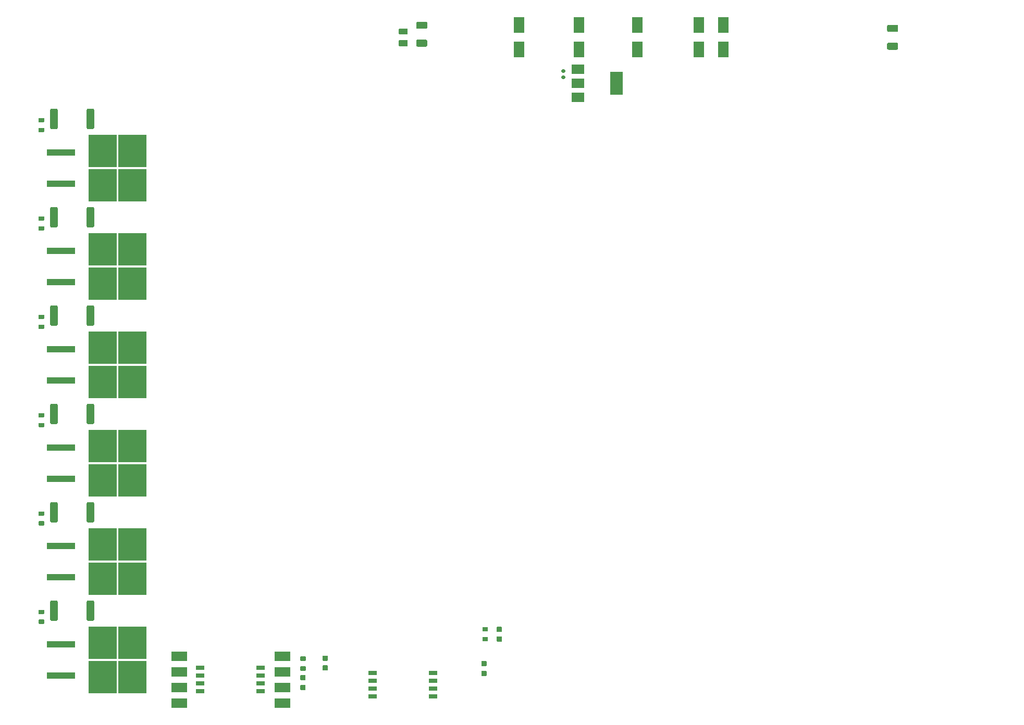
<source format=gtp>
G04 #@! TF.GenerationSoftware,KiCad,Pcbnew,(5.99.0-13086-gffd1139cfe)*
G04 #@! TF.CreationDate,2021-11-14T02:18:31+03:00*
G04 #@! TF.ProjectId,proteusM54,70726f74-6575-4734-9d35-342e6b696361,a*
G04 #@! TF.SameCoordinates,PX4d3f640PYcfb5d40*
G04 #@! TF.FileFunction,Paste,Top*
G04 #@! TF.FilePolarity,Positive*
%FSLAX46Y46*%
G04 Gerber Fmt 4.6, Leading zero omitted, Abs format (unit mm)*
G04 Created by KiCad (PCBNEW (5.99.0-13086-gffd1139cfe)) date 2021-11-14 02:18:31*
%MOMM*%
%LPD*%
G01*
G04 APERTURE LIST*
%ADD10R,1.800000X2.500000*%
%ADD11R,4.550000X5.250000*%
%ADD12R,4.600000X1.100000*%
%ADD13R,1.350000X0.690000*%
%ADD14R,2.000000X1.500000*%
%ADD15R,2.000000X3.800000*%
%ADD16O,0.000001X0.000001*%
%ADD17R,2.540000X1.520000*%
G04 APERTURE END LIST*
D10*
G04 #@! TO.C,D2*
X109000000Y126500000D03*
X109000000Y130500000D03*
G04 #@! TD*
D11*
G04 #@! TO.C,Q1*
X17000000Y88450000D03*
X17000000Y94000000D03*
X12150000Y88450000D03*
X12150000Y94000000D03*
D12*
X5425000Y93765000D03*
X5425000Y88685000D03*
G04 #@! TD*
D11*
G04 #@! TO.C,Q3*
X17000000Y24450000D03*
X17000000Y30000000D03*
X12150000Y30000000D03*
X12150000Y24450000D03*
D12*
X5425000Y29765000D03*
X5425000Y24685000D03*
G04 #@! TD*
G04 #@! TO.C,R11*
G36*
G01*
X3625000Y113800000D02*
X3625000Y116650000D01*
G75*
G02*
X3875000Y116900000I250000J0D01*
G01*
X4600000Y116900000D01*
G75*
G02*
X4850000Y116650000I0J-250000D01*
G01*
X4850000Y113800000D01*
G75*
G02*
X4600000Y113550000I-250000J0D01*
G01*
X3875000Y113550000D01*
G75*
G02*
X3625000Y113800000I0J250000D01*
G01*
G37*
G36*
G01*
X9550000Y113800000D02*
X9550000Y116650000D01*
G75*
G02*
X9800000Y116900000I250000J0D01*
G01*
X10525000Y116900000D01*
G75*
G02*
X10775000Y116650000I0J-250000D01*
G01*
X10775000Y113800000D01*
G75*
G02*
X10525000Y113550000I-250000J0D01*
G01*
X9800000Y113550000D01*
G75*
G02*
X9550000Y113800000I0J250000D01*
G01*
G37*
G04 #@! TD*
G04 #@! TO.C,R16*
G36*
G01*
X87185000Y121720000D02*
X86815000Y121720000D01*
G75*
G02*
X86680000Y121855000I0J135000D01*
G01*
X86680000Y122125000D01*
G75*
G02*
X86815000Y122260000I135000J0D01*
G01*
X87185000Y122260000D01*
G75*
G02*
X87320000Y122125000I0J-135000D01*
G01*
X87320000Y121855000D01*
G75*
G02*
X87185000Y121720000I-135000J0D01*
G01*
G37*
G36*
G01*
X87185000Y122740000D02*
X86815000Y122740000D01*
G75*
G02*
X86680000Y122875000I0J135000D01*
G01*
X86680000Y123145000D01*
G75*
G02*
X86815000Y123280000I135000J0D01*
G01*
X87185000Y123280000D01*
G75*
G02*
X87320000Y123145000I0J-135000D01*
G01*
X87320000Y122875000D01*
G75*
G02*
X87185000Y122740000I-135000J0D01*
G01*
G37*
G04 #@! TD*
G04 #@! TO.C,R2*
G36*
G01*
X2590000Y97075000D02*
X1810000Y97075000D01*
G75*
G02*
X1740000Y97145000I0J70000D01*
G01*
X1740000Y97705000D01*
G75*
G02*
X1810000Y97775000I70000J0D01*
G01*
X2590000Y97775000D01*
G75*
G02*
X2660000Y97705000I0J-70000D01*
G01*
X2660000Y97145000D01*
G75*
G02*
X2590000Y97075000I-70000J0D01*
G01*
G37*
G36*
G01*
X2590000Y98675000D02*
X1810000Y98675000D01*
G75*
G02*
X1740000Y98745000I0J70000D01*
G01*
X1740000Y99305000D01*
G75*
G02*
X1810000Y99375000I70000J0D01*
G01*
X2590000Y99375000D01*
G75*
G02*
X2660000Y99305000I0J-70000D01*
G01*
X2660000Y98745000D01*
G75*
G02*
X2590000Y98675000I-70000J0D01*
G01*
G37*
G04 #@! TD*
G04 #@! TO.C,C4*
G36*
G01*
X76940000Y30184999D02*
X76260000Y30184999D01*
G75*
G02*
X76175000Y30269999I0J85000D01*
G01*
X76175000Y30949999D01*
G75*
G02*
X76260000Y31034999I85000J0D01*
G01*
X76940000Y31034999D01*
G75*
G02*
X77025000Y30949999I0J-85000D01*
G01*
X77025000Y30269999D01*
G75*
G02*
X76940000Y30184999I-85000J0D01*
G01*
G37*
G36*
G01*
X76940000Y31765001D02*
X76260000Y31765001D01*
G75*
G02*
X76175000Y31850001I0J85000D01*
G01*
X76175000Y32530001D01*
G75*
G02*
X76260000Y32615001I85000J0D01*
G01*
X76940000Y32615001D01*
G75*
G02*
X77025000Y32530001I0J-85000D01*
G01*
X77025000Y31850001D01*
G75*
G02*
X76940000Y31765001I-85000J0D01*
G01*
G37*
G04 #@! TD*
D10*
G04 #@! TO.C,D3*
X99000000Y126500000D03*
X99000000Y130500000D03*
G04 #@! TD*
G04 #@! TO.C,R13*
G36*
G01*
X3625000Y65800000D02*
X3625000Y68650000D01*
G75*
G02*
X3875000Y68900000I250000J0D01*
G01*
X4600000Y68900000D01*
G75*
G02*
X4850000Y68650000I0J-250000D01*
G01*
X4850000Y65800000D01*
G75*
G02*
X4600000Y65550000I-250000J0D01*
G01*
X3875000Y65550000D01*
G75*
G02*
X3625000Y65800000I0J250000D01*
G01*
G37*
G36*
G01*
X9550000Y65800000D02*
X9550000Y68650000D01*
G75*
G02*
X9800000Y68900000I250000J0D01*
G01*
X10525000Y68900000D01*
G75*
G02*
X10775000Y68650000I0J-250000D01*
G01*
X10775000Y65800000D01*
G75*
G02*
X10525000Y65550000I-250000J0D01*
G01*
X9800000Y65550000D01*
G75*
G02*
X9550000Y65800000I0J250000D01*
G01*
G37*
G04 #@! TD*
G04 #@! TO.C,R5*
G36*
G01*
X44312000Y27764001D02*
X45092000Y27764001D01*
G75*
G02*
X45162000Y27694001I0J-70000D01*
G01*
X45162000Y27134001D01*
G75*
G02*
X45092000Y27064001I-70000J0D01*
G01*
X44312000Y27064001D01*
G75*
G02*
X44242000Y27134001I0J70000D01*
G01*
X44242000Y27694001D01*
G75*
G02*
X44312000Y27764001I70000J0D01*
G01*
G37*
G36*
G01*
X44312000Y26164001D02*
X45092000Y26164001D01*
G75*
G02*
X45162000Y26094001I0J-70000D01*
G01*
X45162000Y25534001D01*
G75*
G02*
X45092000Y25464001I-70000J0D01*
G01*
X44312000Y25464001D01*
G75*
G02*
X44242000Y25534001I0J70000D01*
G01*
X44242000Y26094001D01*
G75*
G02*
X44312000Y26164001I70000J0D01*
G01*
G37*
G04 #@! TD*
D13*
G04 #@! TO.C,U2*
X56000000Y25100000D03*
X56000000Y23830000D03*
X56000000Y22560000D03*
X56000000Y21290000D03*
X65842500Y21290000D03*
X65842500Y25100000D03*
X65842500Y23830000D03*
X65842500Y22560000D03*
G04 #@! TD*
D14*
G04 #@! TO.C,Q7*
X89350000Y123300000D03*
X89350000Y121000000D03*
X89350000Y118700000D03*
D15*
X95650000Y121000000D03*
G04 #@! TD*
G04 #@! TO.C,R4*
G36*
G01*
X2590000Y33075000D02*
X1810000Y33075000D01*
G75*
G02*
X1740000Y33145000I0J70000D01*
G01*
X1740000Y33705000D01*
G75*
G02*
X1810000Y33775000I70000J0D01*
G01*
X2590000Y33775000D01*
G75*
G02*
X2660000Y33705000I0J-70000D01*
G01*
X2660000Y33145000D01*
G75*
G02*
X2590000Y33075000I-70000J0D01*
G01*
G37*
G36*
G01*
X2590000Y34675000D02*
X1810000Y34675000D01*
G75*
G02*
X1740000Y34745000I0J70000D01*
G01*
X1740000Y35305000D01*
G75*
G02*
X1810000Y35375000I70000J0D01*
G01*
X2590000Y35375000D01*
G75*
G02*
X2660000Y35305000I0J-70000D01*
G01*
X2660000Y34745000D01*
G75*
G02*
X2590000Y34675000I-70000J0D01*
G01*
G37*
G04 #@! TD*
D10*
G04 #@! TO.C,D1*
X113000000Y126500000D03*
X113000000Y130500000D03*
G04 #@! TD*
G04 #@! TO.C,R1*
G36*
G01*
X60375000Y129950001D02*
X61625000Y129950001D01*
G75*
G02*
X61725000Y129850001I0J-100000D01*
G01*
X61725000Y129050001D01*
G75*
G02*
X61625000Y128950001I-100000J0D01*
G01*
X60375000Y128950001D01*
G75*
G02*
X60275000Y129050001I0J100000D01*
G01*
X60275000Y129850001D01*
G75*
G02*
X60375000Y129950001I100000J0D01*
G01*
G37*
G36*
G01*
X60375000Y128049979D02*
X61625000Y128049979D01*
G75*
G02*
X61725000Y127949979I0J-100000D01*
G01*
X61725000Y127149979D01*
G75*
G02*
X61625000Y127049979I-100000J0D01*
G01*
X60375000Y127049979D01*
G75*
G02*
X60275000Y127149979I0J100000D01*
G01*
X60275000Y127949979D01*
G75*
G02*
X60375000Y128049979I100000J0D01*
G01*
G37*
G04 #@! TD*
G04 #@! TO.C,C1*
G36*
G01*
X44362000Y24729002D02*
X45042000Y24729002D01*
G75*
G02*
X45127000Y24644002I0J-85000D01*
G01*
X45127000Y23964002D01*
G75*
G02*
X45042000Y23879002I-85000J0D01*
G01*
X44362000Y23879002D01*
G75*
G02*
X44277000Y23964002I0J85000D01*
G01*
X44277000Y24644002D01*
G75*
G02*
X44362000Y24729002I85000J0D01*
G01*
G37*
G36*
G01*
X44362000Y23149000D02*
X45042000Y23149000D01*
G75*
G02*
X45127000Y23064000I0J-85000D01*
G01*
X45127000Y22384000D01*
G75*
G02*
X45042000Y22299000I-85000J0D01*
G01*
X44362000Y22299000D01*
G75*
G02*
X44277000Y22384000I0J85000D01*
G01*
X44277000Y23064000D01*
G75*
G02*
X44362000Y23149000I85000J0D01*
G01*
G37*
G04 #@! TD*
D11*
G04 #@! TO.C,Q2*
X12150000Y104450000D03*
X17000000Y110000000D03*
X17000000Y104450000D03*
X12150000Y110000000D03*
D12*
X5425000Y109765000D03*
X5425000Y104685000D03*
G04 #@! TD*
D16*
G04 #@! TO.C,M2*
X157913334Y20612501D03*
G04 #@! TD*
G04 #@! TO.C,F1*
G36*
G01*
X139600000Y129605010D02*
X139600000Y130295010D01*
G75*
G02*
X139830000Y130525010I230000J0D01*
G01*
X141170000Y130525010D01*
G75*
G02*
X141400000Y130295010I0J-230000D01*
G01*
X141400000Y129605010D01*
G75*
G02*
X141170000Y129375010I-230000J0D01*
G01*
X139830000Y129375010D01*
G75*
G02*
X139600000Y129605010I0J230000D01*
G01*
G37*
G36*
G01*
X139600000Y126704990D02*
X139600000Y127394990D01*
G75*
G02*
X139830000Y127624990I230000J0D01*
G01*
X141170000Y127624990D01*
G75*
G02*
X141400000Y127394990I0J-230000D01*
G01*
X141400000Y126704990D01*
G75*
G02*
X141170000Y126474990I-230000J0D01*
G01*
X139830000Y126474990D01*
G75*
G02*
X139600000Y126704990I0J230000D01*
G01*
G37*
G04 #@! TD*
D10*
G04 #@! TO.C,D5*
X79800000Y126500000D03*
X79800000Y130500000D03*
G04 #@! TD*
G04 #@! TO.C,C2*
G36*
G01*
X48642000Y25499000D02*
X47962000Y25499000D01*
G75*
G02*
X47877000Y25584000I0J85000D01*
G01*
X47877000Y26264000D01*
G75*
G02*
X47962000Y26349000I85000J0D01*
G01*
X48642000Y26349000D01*
G75*
G02*
X48727000Y26264000I0J-85000D01*
G01*
X48727000Y25584000D01*
G75*
G02*
X48642000Y25499000I-85000J0D01*
G01*
G37*
G36*
G01*
X48642000Y27079002D02*
X47962000Y27079002D01*
G75*
G02*
X47877000Y27164002I0J85000D01*
G01*
X47877000Y27844002D01*
G75*
G02*
X47962000Y27929002I85000J0D01*
G01*
X48642000Y27929002D01*
G75*
G02*
X48727000Y27844002I0J-85000D01*
G01*
X48727000Y27164002D01*
G75*
G02*
X48642000Y27079002I-85000J0D01*
G01*
G37*
G04 #@! TD*
G04 #@! TO.C,R14*
G36*
G01*
X3625000Y49800000D02*
X3625000Y52650000D01*
G75*
G02*
X3875000Y52900000I250000J0D01*
G01*
X4600000Y52900000D01*
G75*
G02*
X4850000Y52650000I0J-250000D01*
G01*
X4850000Y49800000D01*
G75*
G02*
X4600000Y49550000I-250000J0D01*
G01*
X3875000Y49550000D01*
G75*
G02*
X3625000Y49800000I0J250000D01*
G01*
G37*
G36*
G01*
X9550000Y49800000D02*
X9550000Y52650000D01*
G75*
G02*
X9800000Y52900000I250000J0D01*
G01*
X10525000Y52900000D01*
G75*
G02*
X10775000Y52650000I0J-250000D01*
G01*
X10775000Y49800000D01*
G75*
G02*
X10525000Y49550000I-250000J0D01*
G01*
X9800000Y49550000D01*
G75*
G02*
X9550000Y49800000I0J250000D01*
G01*
G37*
G04 #@! TD*
G04 #@! TO.C,R12*
G36*
G01*
X3625000Y33800000D02*
X3625000Y36650000D01*
G75*
G02*
X3875000Y36900000I250000J0D01*
G01*
X4600000Y36900000D01*
G75*
G02*
X4850000Y36650000I0J-250000D01*
G01*
X4850000Y33800000D01*
G75*
G02*
X4600000Y33550000I-250000J0D01*
G01*
X3875000Y33550000D01*
G75*
G02*
X3625000Y33800000I0J250000D01*
G01*
G37*
G36*
G01*
X9550000Y33800000D02*
X9550000Y36650000D01*
G75*
G02*
X9800000Y36900000I250000J0D01*
G01*
X10525000Y36900000D01*
G75*
G02*
X10775000Y36650000I0J-250000D01*
G01*
X10775000Y33800000D01*
G75*
G02*
X10525000Y33550000I-250000J0D01*
G01*
X9800000Y33550000D01*
G75*
G02*
X9550000Y33800000I0J250000D01*
G01*
G37*
G04 #@! TD*
D11*
G04 #@! TO.C,Q6*
X12150000Y78000000D03*
X17000000Y72450000D03*
X17000000Y78000000D03*
X12150000Y72450000D03*
D12*
X5425000Y77765000D03*
X5425000Y72685000D03*
G04 #@! TD*
G04 #@! TO.C,R3*
G36*
G01*
X2590000Y113075000D02*
X1810000Y113075000D01*
G75*
G02*
X1740000Y113145000I0J70000D01*
G01*
X1740000Y113705000D01*
G75*
G02*
X1810000Y113775000I70000J0D01*
G01*
X2590000Y113775000D01*
G75*
G02*
X2660000Y113705000I0J-70000D01*
G01*
X2660000Y113145000D01*
G75*
G02*
X2590000Y113075000I-70000J0D01*
G01*
G37*
G36*
G01*
X2590000Y114675000D02*
X1810000Y114675000D01*
G75*
G02*
X1740000Y114745000I0J70000D01*
G01*
X1740000Y115305000D01*
G75*
G02*
X1810000Y115375000I70000J0D01*
G01*
X2590000Y115375000D01*
G75*
G02*
X2660000Y115305000I0J-70000D01*
G01*
X2660000Y114745000D01*
G75*
G02*
X2590000Y114675000I-70000J0D01*
G01*
G37*
G04 #@! TD*
D11*
G04 #@! TO.C,Q4*
X17000000Y62000000D03*
X12150000Y62000000D03*
X12150000Y56450000D03*
X17000000Y56450000D03*
D12*
X5425000Y61765000D03*
X5425000Y56685000D03*
G04 #@! TD*
G04 #@! TO.C,R10*
G36*
G01*
X3625000Y97800000D02*
X3625000Y100650000D01*
G75*
G02*
X3875000Y100900000I250000J0D01*
G01*
X4600000Y100900000D01*
G75*
G02*
X4850000Y100650000I0J-250000D01*
G01*
X4850000Y97800000D01*
G75*
G02*
X4600000Y97550000I-250000J0D01*
G01*
X3875000Y97550000D01*
G75*
G02*
X3625000Y97800000I0J250000D01*
G01*
G37*
G36*
G01*
X9550000Y97800000D02*
X9550000Y100650000D01*
G75*
G02*
X9800000Y100900000I250000J0D01*
G01*
X10525000Y100900000D01*
G75*
G02*
X10775000Y100650000I0J-250000D01*
G01*
X10775000Y97800000D01*
G75*
G02*
X10525000Y97550000I-250000J0D01*
G01*
X9800000Y97550000D01*
G75*
G02*
X9550000Y97800000I0J250000D01*
G01*
G37*
G04 #@! TD*
G04 #@! TO.C,F2*
G36*
G01*
X63100000Y130105010D02*
X63100000Y130795010D01*
G75*
G02*
X63330000Y131025010I230000J0D01*
G01*
X64670000Y131025010D01*
G75*
G02*
X64900000Y130795010I0J-230000D01*
G01*
X64900000Y130105010D01*
G75*
G02*
X64670000Y129875010I-230000J0D01*
G01*
X63330000Y129875010D01*
G75*
G02*
X63100000Y130105010I0J230000D01*
G01*
G37*
G36*
G01*
X63100000Y127204990D02*
X63100000Y127894990D01*
G75*
G02*
X63330000Y128124990I230000J0D01*
G01*
X64670000Y128124990D01*
G75*
G02*
X64900000Y127894990I0J-230000D01*
G01*
X64900000Y127204990D01*
G75*
G02*
X64670000Y126974990I-230000J0D01*
G01*
X63330000Y126974990D01*
G75*
G02*
X63100000Y127204990I0J230000D01*
G01*
G37*
G04 #@! TD*
D11*
G04 #@! TO.C,Q5*
X12150000Y46000000D03*
X17000000Y40450000D03*
X12150000Y40450000D03*
X17000000Y46000000D03*
D12*
X5425000Y45765000D03*
X5425000Y40685000D03*
G04 #@! TD*
G04 #@! TO.C,C3*
G36*
G01*
X73760000Y27015001D02*
X74440000Y27015001D01*
G75*
G02*
X74525000Y26930001I0J-85000D01*
G01*
X74525000Y26250001D01*
G75*
G02*
X74440000Y26165001I-85000J0D01*
G01*
X73760000Y26165001D01*
G75*
G02*
X73675000Y26250001I0J85000D01*
G01*
X73675000Y26930001D01*
G75*
G02*
X73760000Y27015001I85000J0D01*
G01*
G37*
G36*
G01*
X73760000Y25434999D02*
X74440000Y25434999D01*
G75*
G02*
X74525000Y25349999I0J-85000D01*
G01*
X74525000Y24669999D01*
G75*
G02*
X74440000Y24584999I-85000J0D01*
G01*
X73760000Y24584999D01*
G75*
G02*
X73675000Y24669999I0J85000D01*
G01*
X73675000Y25349999D01*
G75*
G02*
X73760000Y25434999I85000J0D01*
G01*
G37*
G04 #@! TD*
D13*
G04 #@! TO.C,U1*
X37826000Y22095000D03*
D17*
X41382000Y20195000D03*
X41382000Y22735000D03*
D13*
X37826000Y23365000D03*
D17*
X41382000Y25275000D03*
D13*
X37826000Y24635000D03*
D17*
X41382000Y27815000D03*
D13*
X37826000Y25905000D03*
X27983500Y25905000D03*
D17*
X24618000Y27815000D03*
X24618000Y25275000D03*
D13*
X27983500Y24635000D03*
D17*
X24618000Y22735000D03*
D13*
X27983500Y23365000D03*
X27983500Y22095000D03*
D17*
X24618000Y20195000D03*
G04 #@! TD*
G04 #@! TO.C,R6*
G36*
G01*
X73910000Y32550000D02*
X74690000Y32550000D01*
G75*
G02*
X74760000Y32480000I0J-70000D01*
G01*
X74760000Y31920000D01*
G75*
G02*
X74690000Y31850000I-70000J0D01*
G01*
X73910000Y31850000D01*
G75*
G02*
X73840000Y31920000I0J70000D01*
G01*
X73840000Y32480000D01*
G75*
G02*
X73910000Y32550000I70000J0D01*
G01*
G37*
G36*
G01*
X73910000Y30950000D02*
X74690000Y30950000D01*
G75*
G02*
X74760000Y30880000I0J-70000D01*
G01*
X74760000Y30320000D01*
G75*
G02*
X74690000Y30250000I-70000J0D01*
G01*
X73910000Y30250000D01*
G75*
G02*
X73840000Y30320000I0J70000D01*
G01*
X73840000Y30880000D01*
G75*
G02*
X73910000Y30950000I70000J0D01*
G01*
G37*
G04 #@! TD*
G04 #@! TO.C,R7*
G36*
G01*
X2590000Y65075000D02*
X1810000Y65075000D01*
G75*
G02*
X1740000Y65145000I0J70000D01*
G01*
X1740000Y65705000D01*
G75*
G02*
X1810000Y65775000I70000J0D01*
G01*
X2590000Y65775000D01*
G75*
G02*
X2660000Y65705000I0J-70000D01*
G01*
X2660000Y65145000D01*
G75*
G02*
X2590000Y65075000I-70000J0D01*
G01*
G37*
G36*
G01*
X2590000Y66675000D02*
X1810000Y66675000D01*
G75*
G02*
X1740000Y66745000I0J70000D01*
G01*
X1740000Y67305000D01*
G75*
G02*
X1810000Y67375000I70000J0D01*
G01*
X2590000Y67375000D01*
G75*
G02*
X2660000Y67305000I0J-70000D01*
G01*
X2660000Y66745000D01*
G75*
G02*
X2590000Y66675000I-70000J0D01*
G01*
G37*
G04 #@! TD*
G04 #@! TO.C,R8*
G36*
G01*
X2590000Y49075000D02*
X1810000Y49075000D01*
G75*
G02*
X1740000Y49145000I0J70000D01*
G01*
X1740000Y49705000D01*
G75*
G02*
X1810000Y49775000I70000J0D01*
G01*
X2590000Y49775000D01*
G75*
G02*
X2660000Y49705000I0J-70000D01*
G01*
X2660000Y49145000D01*
G75*
G02*
X2590000Y49075000I-70000J0D01*
G01*
G37*
G36*
G01*
X2590000Y50675000D02*
X1810000Y50675000D01*
G75*
G02*
X1740000Y50745000I0J70000D01*
G01*
X1740000Y51305000D01*
G75*
G02*
X1810000Y51375000I70000J0D01*
G01*
X2590000Y51375000D01*
G75*
G02*
X2660000Y51305000I0J-70000D01*
G01*
X2660000Y50745000D01*
G75*
G02*
X2590000Y50675000I-70000J0D01*
G01*
G37*
G04 #@! TD*
G04 #@! TO.C,R9*
G36*
G01*
X2590000Y81075000D02*
X1810000Y81075000D01*
G75*
G02*
X1740000Y81145000I0J70000D01*
G01*
X1740000Y81705000D01*
G75*
G02*
X1810000Y81775000I70000J0D01*
G01*
X2590000Y81775000D01*
G75*
G02*
X2660000Y81705000I0J-70000D01*
G01*
X2660000Y81145000D01*
G75*
G02*
X2590000Y81075000I-70000J0D01*
G01*
G37*
G36*
G01*
X2590000Y82675000D02*
X1810000Y82675000D01*
G75*
G02*
X1740000Y82745000I0J70000D01*
G01*
X1740000Y83305000D01*
G75*
G02*
X1810000Y83375000I70000J0D01*
G01*
X2590000Y83375000D01*
G75*
G02*
X2660000Y83305000I0J-70000D01*
G01*
X2660000Y82745000D01*
G75*
G02*
X2590000Y82675000I-70000J0D01*
G01*
G37*
G04 #@! TD*
D10*
G04 #@! TO.C,D4*
X89500000Y126500000D03*
X89500000Y130500000D03*
G04 #@! TD*
G04 #@! TO.C,R15*
G36*
G01*
X3625000Y81800000D02*
X3625000Y84650000D01*
G75*
G02*
X3875000Y84900000I250000J0D01*
G01*
X4600000Y84900000D01*
G75*
G02*
X4850000Y84650000I0J-250000D01*
G01*
X4850000Y81800000D01*
G75*
G02*
X4600000Y81550000I-250000J0D01*
G01*
X3875000Y81550000D01*
G75*
G02*
X3625000Y81800000I0J250000D01*
G01*
G37*
G36*
G01*
X9550000Y81800000D02*
X9550000Y84650000D01*
G75*
G02*
X9800000Y84900000I250000J0D01*
G01*
X10525000Y84900000D01*
G75*
G02*
X10775000Y84650000I0J-250000D01*
G01*
X10775000Y81800000D01*
G75*
G02*
X10525000Y81550000I-250000J0D01*
G01*
X9800000Y81550000D01*
G75*
G02*
X9550000Y81800000I0J250000D01*
G01*
G37*
G04 #@! TD*
M02*

</source>
